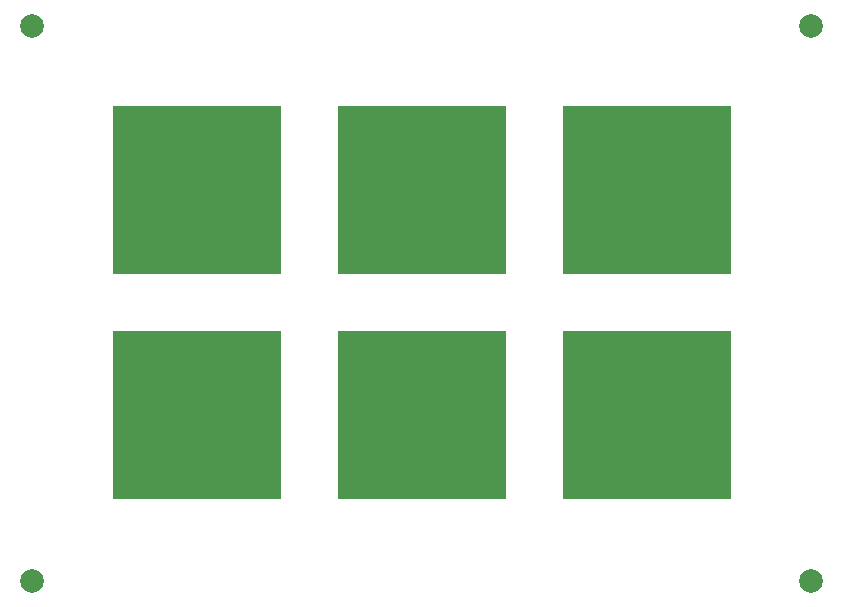
<source format=gbr>
%TF.GenerationSoftware,Altium Limited,Altium Designer,20.1.12 (249)*%
G04 Layer_Color=0*
%FSLAX26Y26*%
%MOIN*%
%TF.SameCoordinates,71B6AE89-9338-4103-9D56-E4713A122201*%
%TF.FilePolarity,Positive*%
%TF.FileFunction,Plated,1,2,PTH,Drill*%
%TF.Part,Single*%
G01*
G75*
%TA.AperFunction,OtherDrill,Pad Free-4 (708.661mil,1459.055mil)*%
%ADD16R,0.561024X0.561024*%
%TA.AperFunction,OtherDrill,Pad Free-4 (2207.087mil,1459.055mil)*%
%ADD17R,0.561024X0.561024*%
%TA.AperFunction,OtherDrill,Pad Free-4 (708.661mil,709.842mil)*%
%ADD18R,0.561024X0.561024*%
%TA.AperFunction,OtherDrill,Pad Free-4 (2207.087mil,709.842mil)*%
%ADD19R,0.561024X0.561024*%
%TA.AperFunction,OtherDrill,Pad Free-4 (1457.874mil,1459.055mil)*%
%ADD20R,0.561024X0.561024*%
%TA.AperFunction,OtherDrill,Pad Free-4 (1457.874mil,709.842mil)*%
%ADD21R,0.561024X0.561024*%
%TA.AperFunction,OtherDrill,Pad Free-3 (2755.905mil,157.48mil)*%
%ADD22C,0.078740*%
%TA.AperFunction,OtherDrill,Pad Free-3 (2755.905mil,2007.874mil)*%
%ADD23C,0.078740*%
%TA.AperFunction,OtherDrill,Pad Free-3 (157.48mil,157.48mil)*%
%ADD24C,0.078740*%
%TA.AperFunction,OtherDrill,Pad Free-3 (157.48mil,2007.874mil)*%
%ADD25C,0.078740*%
D16*
X708661Y1459055D02*
D03*
D17*
X2207087D02*
D03*
D18*
X708661Y709842D02*
D03*
D19*
X2207087D02*
D03*
D20*
X1457874Y1459055D02*
D03*
D21*
Y709842D02*
D03*
D22*
X2755905Y157480D02*
D03*
D23*
Y2007874D02*
D03*
D24*
X157480Y157480D02*
D03*
D25*
Y2007874D02*
D03*
%TF.MD5,f05435244a111c725ca875bbd9d04e4a*%
M02*

</source>
